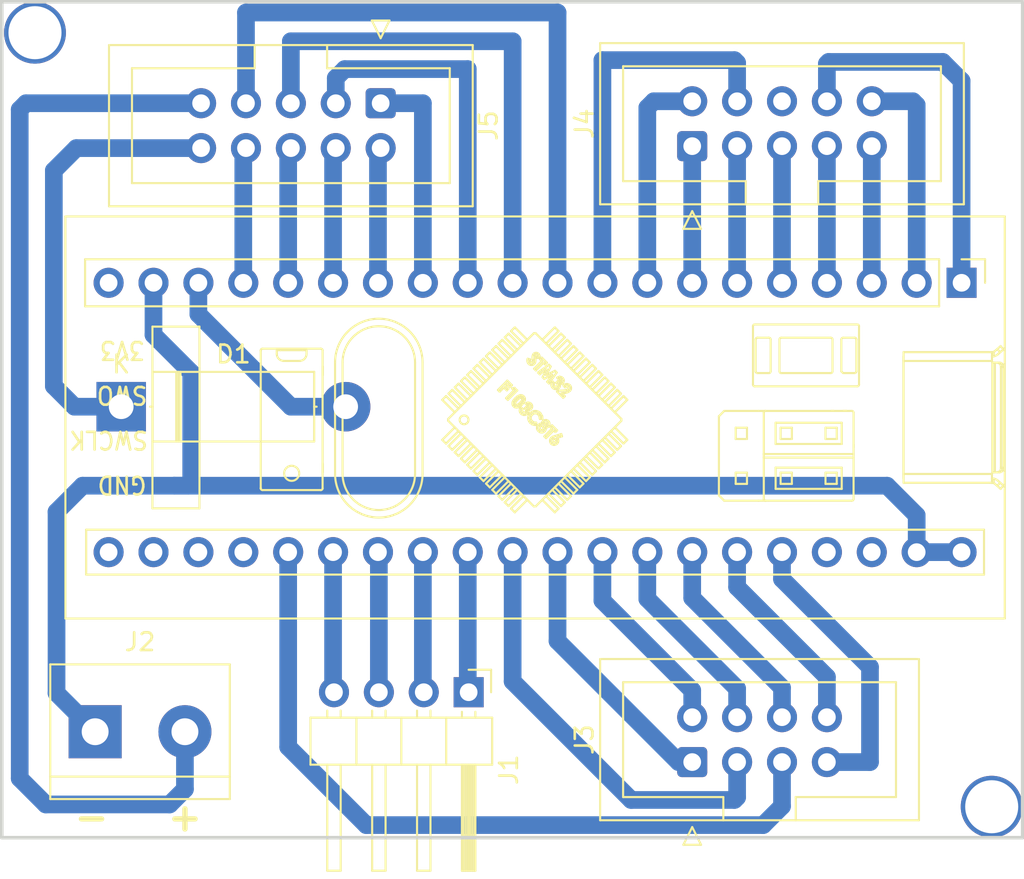
<source format=kicad_pcb>
(kicad_pcb (version 20211014) (generator pcbnew)
  (layers (0 "F.Cu" signal) (31 "B.Cu" signal) (34 "B.Paste" user) (35 "F.Paste" user) (36 "B.SilkS" user "B.Silkscreen") (37 "F.SilkS" user "F.Silkscreen") (38 "B.Mask" user) (39 "F.Mask" user) (44 "Edge.Cuts" user))
  (net 0 "")
  (net 1 "/GND")
  (net 2 "/P1")
  (net 3 "/P2")
  (net 4 "/P3")
  (net 5 "/P4")
  (net 6 "/INB1")
  (net 7 "/INA2")
  (net 8 "/EN1")
  (net 9 "/EN2")
  (net 10 "/PWM1")
  (net 11 "/PWM2")
  (net 12 "/INA1")
  (net 13 "/INB2")
  (net 14 "/S2")
  (net 15 "/S3")
  (net 16 "/S1")
  (net 17 "/S4")
  (net 18 "/S5")
  (net 19 "/S8")
  (net 20 "/S6")
  (net 21 "/S7")
  (net 22 "/B2")
  (net 23 "/L2")
  (net 24 "/B3")
  (net 25 "/L3")
  (net 26 "/B4")
  (net 27 "/L4")
  (net 35 "/B1")
  (net 36 "/L1")
  (net 37 "/E2")
  (net 38 "/E1")
  (net 39 "/5v")
  (net 41 "/38Kh")
  (footprint "Connector_PinHeader_2.54mm:PinHeader_1x04_P2.54mm_Horizontal" (layer "F.Cu") (at 94.6404 76.1492 -90)
    (fp_text reference "J1" (at 4.385 -2.27 90) (layer "F.SilkS"))
    (fp_text value "Control Piso")
    (pad "1" thru_hole rect (at 0 0 270) (size 1.7 1.7) (drill 1) (layers *.Cu *.Mask) (net 2 "/P1"))
    (pad "2" thru_hole oval (at 0 2.54 270) (size 1.7 1.7) (drill 1) (layers *.Cu *.Mask) (net 3 "/P2"))
    (pad "3" thru_hole oval (at 0 5.08 270) (size 1.7 1.7) (drill 1) (layers *.Cu *.Mask) (net 4 "/P3"))
    (pad "4" thru_hole oval (at 0 7.62 270) (size 1.7 1.7) (drill 1) (layers *.Cu *.Mask) (net 5 "/P4"))
  )
  (footprint "TerminalBlock:TerminalBlock_bornier-2_P5.08mm" (layer "F.Cu") (at 73.5076 78.3844)
    (fp_text reference "J2" (at 2.54 -5.08) (layer "F.SilkS"))
    (fp_text value "BATERIA")
    (pad "1" thru_hole rect (at 0 0) (size 3 3) (drill 1.52) (layers *.Cu *.Mask) (net 1 "/GND"))
    (pad "2" thru_hole circle (at 5.08 0) (size 3 3) (drill 1.52) (layers *.Cu *.Mask) (net 38 "/E1"))
  )
  (footprint "Footprints:YAAJ_BluePill_SWD_1" (layer "F.Cu") (at 122.5296 52.9844 -90)
    (fp_text reference "U1" hide)
    (fp_text value "YAAJ_BluePill_Part_Like_SWD_Breakout" hide)
    (fp_text user "3V3" (at 3.81 47.498 180 unlocked) (layer "F.SilkS") (effects (font (size 1 0.9))))
    (fp_text user "SWCLK" (at 8.89 48.26 180 unlocked) (layer "F.SilkS") (effects (font (size 1 0.9))))
    (fp_text user "GND" (at 11.43 47.498 180 unlocked) (layer "F.SilkS") (effects (font (size 1 0.9))))
    (fp_text user "SWO" (at 6.35 47.498 180 unlocked) (layer "F.SilkS") (effects (font (size 1 0.9))))
    (pad "1" thru_hole rect (at 0 0 270) (size 1.7 1.7) (drill 1) (layers *.Cu *.Mask) (net 19 "/S8"))
    (pad "2" thru_hole circle (at 0 2.54 270) (size 1.7 1.7) (drill 1) (layers *.Cu *.Mask) (net 21 "/S7"))
    (pad "3" thru_hole circle (at 0 5.08 270) (size 1.7 1.7) (drill 1) (layers *.Cu *.Mask) (net 20 "/S6"))
    (pad "4" thru_hole circle (at 0 7.62 270) (size 1.7 1.7) (drill 1) (layers *.Cu *.Mask) (net 18 "/S5"))
    (pad "5" thru_hole circle (at 0 10.16 270) (size 1.7 1.7) (drill 1) (layers *.Cu *.Mask) (net 41 "/38Kh"))
    (pad "6" thru_hole circle (at 0 12.7 270) (size 1.7 1.7) (drill 1) (layers *.Cu *.Mask) (net 16 "/S1"))
    (pad "7" thru_hole circle (at 0 15.24 270) (size 1.7 1.7) (drill 1) (layers *.Cu *.Mask) (net 14 "/S2"))
    (pad "8" thru_hole circle (at 0 17.78 270) (size 1.7 1.7) (drill 1) (layers *.Cu *.Mask) (net 15 "/S3"))
    (pad "9" thru_hole circle (at 0 20.32 270) (size 1.7 1.7) (drill 1) (layers *.Cu *.Mask) (net 17 "/S4"))
    (pad "10" thru_hole circle (at 0 22.86 270) (size 1.7 1.7) (drill 1) (layers *.Cu *.Mask) (net 26 "/B4"))
    (pad "11" thru_hole circle (at 0 25.4 270) (size 1.7 1.7) (drill 1) (layers *.Cu *.Mask) (net 24 "/B3"))
    (pad "12" thru_hole circle (at 0 27.94 270) (size 1.7 1.7) (drill 1) (layers *.Cu *.Mask) (net 22 "/B2"))
    (pad "13" thru_hole circle (at 0 30.48 270) (size 1.7 1.7) (drill 1) (layers *.Cu *.Mask) (net 35 "/B1"))
    (pad "14" thru_hole circle (at 0 33.02 270) (size 1.7 1.7) (drill 1) (layers *.Cu *.Mask) (net 36 "/L1"))
    (pad "15" thru_hole circle (at 0 35.56 270) (size 1.7 1.7) (drill 1) (layers *.Cu *.Mask) (net 23 "/L2"))
    (pad "16" thru_hole circle (at 0 38.1 270) (size 1.7 1.7) (drill 1) (layers *.Cu *.Mask) (net 25 "/L3"))
    (pad "17" thru_hole circle (at 0 40.64 270) (size 1.7 1.7) (drill 1) (layers *.Cu *.Mask) (net 27 "/L4"))
    (pad "18" thru_hole circle (at 0 43.18 270) (size 1.7 1.7) (drill 1) (layers *.Cu *.Mask) (net 39 "/5v"))
    (pad "19" thru_hole circle (at 0 45.72 270) (size 1.7 1.7) (drill 1) (layers *.Cu *.Mask) (net 1 "/GND"))
    (pad "20" thru_hole circle (at 0 48.26 270) (size 1.7 1.7) (drill 1) (layers *.Cu *.Mask))
    (pad "21" thru_hole circle (at 15.24 48.26 270) (size 1.7 1.7) (drill 1) (layers *.Cu *.Mask))
    (pad "22" thru_hole circle (at 15.24 45.72 270) (size 1.7 1.7) (drill 1) (layers *.Cu *.Mask))
    (pad "23" thru_hole circle (at 15.24 43.18 270) (size 1.7 1.7) (drill 1) (layers *.Cu *.Mask))
    (pad "24" thru_hole circle (at 15.24 40.64 270) (size 1.7 1.7) (drill 1) (layers *.Cu *.Mask))
    (pad "25" thru_hole circle (at 15.24 38.1 270) (size 1.7 1.7) (drill 1) (layers *.Cu *.Mask) (net 10 "/PWM1"))
    (pad "26" thru_hole circle (at 15.24 35.56 270) (size 1.7 1.7) (drill 1) (layers *.Cu *.Mask) (net 5 "/P4"))
    (pad "27" thru_hole circle (at 15.24 33.02 270) (size 1.7 1.7) (drill 1) (layers *.Cu *.Mask) (net 4 "/P3"))
    (pad "28" thru_hole circle (at 15.24 30.48 270) (size 1.7 1.7) (drill 1) (layers *.Cu *.Mask) (net 3 "/P2"))
    (pad "29" thru_hole circle (at 15.24 27.94 270) (size 1.7 1.7) (drill 1) (layers *.Cu *.Mask) (net 2 "/P1"))
    (pad "30" thru_hole circle (at 15.24 25.4 270) (size 1.7 1.7) (drill 1) (layers *.Cu *.Mask) (net 8 "/EN1"))
    (pad "31" thru_hole circle (at 15.24 22.86 270) (size 1.7 1.7) (drill 1) (layers *.Cu *.Mask) (net 6 "/INB1"))
    (pad "32" thru_hole circle (at 15.24 20.32 270) (size 1.7 1.7) (drill 1) (layers *.Cu *.Mask) (net 7 "/INA2"))
    (pad "33" thru_hole circle (at 15.24 17.78 270) (size 1.7 1.7) (drill 1) (layers *.Cu *.Mask) (net 9 "/EN2"))
    (pad "34" thru_hole circle (at 15.24 15.24 270) (size 1.7 1.7) (drill 1) (layers *.Cu *.Mask) (net 11 "/PWM2"))
    (pad "35" thru_hole circle (at 15.24 12.7 270) (size 1.7 1.7) (drill 1) (layers *.Cu *.Mask) (net 13 "/INB2"))
    (pad "36" thru_hole circle (at 15.24 10.16 270) (size 1.7 1.7) (drill 1) (layers *.Cu *.Mask) (net 12 "/INA1"))
    (pad "37" thru_hole circle (at 15.24 7.62 270) (size 1.7 1.7) (drill 1) (layers *.Cu *.Mask))
    (pad "38" thru_hole circle (at 15.24 5.08 270) (size 1.7 1.7) (drill 1) (layers *.Cu *.Mask))
    (pad "39" thru_hole circle (at 15.24 2.54 270) (size 1.7 1.7) (drill 1) (layers *.Cu *.Mask) (net 1 "/GND"))
    (pad "40" thru_hole circle (at 15.24 0 270) (size 1.7 1.7) (drill 1) (layers *.Cu *.Mask) (net 1 "/GND"))
  )
  (footprint "Diode_THT:D_5W_P12.70mm_Horizontal" (layer "F.Cu") (at 74.9808 59.9948)
    (fp_text reference "D1" (at 6.35 -2.97) (layer "F.SilkS"))
    (fp_text value "DIODE")
    (fp_text user "K" (at 0 -2.4) (layer "F.SilkS"))
    (pad "1" thru_hole rect (at 0 0) (size 2.8 2.8) (drill 1.4) (layers *.Cu *.Mask) (net 37 "/E2"))
    (pad "2" thru_hole oval (at 12.7 0) (size 2.8 2.8) (drill 1.4) (layers *.Cu *.Mask) (net 39 "/5v"))
  )
  (footprint "Connector_IDC:IDC-Header_2x04_P2.54mm_Vertical" (layer "F.Cu") (at 107.2896 80.1021 90)
    (fp_text reference "J3" (at 1.27 -6.1 90) (layer "F.SilkS"))
    (fp_text value "Control Motores")
    (pad "1" thru_hole roundrect (at 0 0 90) (size 1.7 1.7) (drill 1) (layers *.Cu *.Mask) (roundrect_rratio 0.147059) (net 6 "/INB1"))
    (pad "2" thru_hole circle (at 2.54 0 90) (size 1.7 1.7) (drill 1) (layers *.Cu *.Mask) (net 7 "/INA2"))
    (pad "3" thru_hole circle (at 0 2.54 90) (size 1.7 1.7) (drill 1) (layers *.Cu *.Mask) (net 8 "/EN1"))
    (pad "4" thru_hole circle (at 2.54 2.54 90) (size 1.7 1.7) (drill 1) (layers *.Cu *.Mask) (net 9 "/EN2"))
    (pad "5" thru_hole circle (at 0 5.08 90) (size 1.7 1.7) (drill 1) (layers *.Cu *.Mask) (net 10 "/PWM1"))
    (pad "6" thru_hole circle (at 2.54 5.08 90) (size 1.7 1.7) (drill 1) (layers *.Cu *.Mask) (net 11 "/PWM2"))
    (pad "7" thru_hole circle (at 0 7.62 90) (size 1.7 1.7) (drill 1) (layers *.Cu *.Mask) (net 12 "/INA1"))
    (pad "8" thru_hole circle (at 2.54 7.62 90) (size 1.7 1.7) (drill 1) (layers *.Cu *.Mask) (net 13 "/INB2"))
  )
  (footprint "Connector_IDC:IDC-Header_2x05_P2.54mm_Vertical" (layer "F.Cu") (at 89.662 42.8244 -90)
    (fp_text reference "J5" (at 1.27 -6.1 90) (layer "F.SilkS"))
    (fp_text value "Control Botones")
    (pad "1" thru_hole roundrect (at 0 0 270) (size 1.7 1.7) (drill 1) (layers *.Cu *.Mask) (roundrect_rratio 0.147059) (net 35 "/B1"))
    (pad "2" thru_hole circle (at 2.54 0 270) (size 1.7 1.7) (drill 1) (layers *.Cu *.Mask) (net 36 "/L1"))
    (pad "3" thru_hole circle (at 0 2.54 270) (size 1.7 1.7) (drill 1) (layers *.Cu *.Mask) (net 22 "/B2"))
    (pad "4" thru_hole circle (at 2.54 2.54 270) (size 1.7 1.7) (drill 1) (layers *.Cu *.Mask) (net 23 "/L2"))
    (pad "5" thru_hole circle (at 0 5.08 270) (size 1.7 1.7) (drill 1) (layers *.Cu *.Mask) (net 24 "/B3"))
    (pad "6" thru_hole circle (at 2.54 5.08 270) (size 1.7 1.7) (drill 1) (layers *.Cu *.Mask) (net 25 "/L3"))
    (pad "7" thru_hole circle (at 0 7.62 270) (size 1.7 1.7) (drill 1) (layers *.Cu *.Mask) (net 26 "/B4"))
    (pad "8" thru_hole circle (at 2.54 7.62 270) (size 1.7 1.7) (drill 1) (layers *.Cu *.Mask) (net 27 "/L4"))
    (pad "9" thru_hole circle (at 0 10.16 270) (size 1.7 1.7) (drill 1) (layers *.Cu *.Mask) (net 38 "/E1"))
    (pad "10" thru_hole circle (at 2.54 10.16 270) (size 1.7 1.7) (drill 1) (layers *.Cu *.Mask) (net 37 "/E2"))
  )
  (footprint "Connector_IDC:IDC-Header_2x05_P2.54mm_Vertical" (layer "F.Cu") (at 107.2896 45.2533 90)
    (fp_text reference "J4" (at 1.27 -6.1 90) (layer "F.SilkS"))
    (fp_text value "Control Sensores")
    (pad "1" thru_hole roundrect (at 0 0 90) (size 1.7 1.7) (drill 1) (layers *.Cu *.Mask) (roundrect_rratio 0.147059) (net 14 "/S2"))
    (pad "2" thru_hole circle (at 2.54 0 90) (size 1.7 1.7) (drill 1) (layers *.Cu *.Mask) (net 15 "/S3"))
    (pad "3" thru_hole circle (at 0 2.54 90) (size 1.7 1.7) (drill 1) (layers *.Cu *.Mask) (net 16 "/S1"))
    (pad "4" thru_hole circle (at 2.54 2.54 90) (size 1.7 1.7) (drill 1) (layers *.Cu *.Mask) (net 17 "/S4"))
    (pad "5" thru_hole circle (at 0 5.08 90) (size 1.7 1.7) (drill 1) (layers *.Cu *.Mask) (net 41 "/38Kh"))
    (pad "6" thru_hole circle (at 2.54 5.08 90) (size 1.7 1.7) (drill 1) (layers *.Cu *.Mask))
    (pad "7" thru_hole circle (at 0 7.62 90) (size 1.7 1.7) (drill 1) (layers *.Cu *.Mask) (net 18 "/S5"))
    (pad "8" thru_hole circle (at 2.54 7.62 90) (size 1.7 1.7) (drill 1) (layers *.Cu *.Mask) (net 19 "/S8"))
    (pad "9" thru_hole circle (at 0 10.16 90) (size 1.7 1.7) (drill 1) (layers *.Cu *.Mask) (net 20 "/S6"))
    (pad "10" thru_hole circle (at 2.54 10.16 90) (size 1.7 1.7) (drill 1) (layers *.Cu *.Mask) (net 21 "/S7"))
  )
  (gr_rect (start 125.984 84.3788) (end 68.2244 37.084) (layer "Edge.Cuts") (width 0.2) (fill none))
  (gr_text "-   +" (at 75.946 83.2104) (layer "F.SilkS") (effects (font (size 1.5 1.5) (thickness 0.3))))
  (via (at 70.104 38.834) (size 3.5) (drill 3) (layers "F.Cu" "B.Cu") (net 0))
  (via (at 124.234 82.6288) (size 3.5) (drill 3) (layers "F.Cu" "B.Cu") (net 0))
  (segment (start 78.9432 58.0644) (end 78.9432 64.3128) (width 1) (layer "B.Cu") (net 1))
  (segment (start 78.7908 64.4652) (end 77.978 64.4652) (width 1) (layer "B.Cu") (net 1))
  (segment (start 77.978 64.4652) (end 72.7964 64.4652) (width 1) (layer "B.Cu") (net 1))
  (segment (start 119.9896 68.2244) (end 119.9896 66.1416) (width 1) (layer "B.Cu") (net 1))
  (segment (start 71.3232 76.2) (end 73.5076 78.3844) (width 1) (layer "B.Cu") (net 1))
  (segment (start 118.3132 64.4652) (end 77.978 64.4652) (width 1) (layer "B.Cu") (net 1))
  (segment (start 122.5296 68.2244) (end 119.9896 68.2244) (width 1) (layer "B.Cu") (net 1))
  (segment (start 76.8096 55.9308) (end 78.9432 58.0644) (width 1) (layer "B.Cu") (net 1))
  (segment (start 78.9432 64.3128) (end 78.7908 64.4652) (width 1) (layer "B.Cu") (net 1))
  (segment (start 76.8096 52.9844) (end 76.8096 55.9308) (width 1) (layer "B.Cu") (net 1))
  (segment (start 119.9896 66.1416) (end 118.3132 64.4652) (width 1) (layer "B.Cu") (net 1))
  (segment (start 71.3232 65.9384) (end 71.3232 76.2) (width 1) (layer "B.Cu") (net 1))
  (segment (start 72.7964 64.4652) (end 71.3232 65.9384) (width 1) (layer "B.Cu") (net 1))
  (segment (start 94.5896 76.0984) (end 94.5896 68.2244) (width 1) (layer "B.Cu") (net 2))
  (segment (start 94.6404 76.1492) (end 94.5896 76.0984) (width 1) (layer "B.Cu") (net 2))
  (segment (start 92.0496 76.0984) (end 92.0496 68.2244) (width 1) (layer "B.Cu") (net 3))
  (segment (start 92.0396 68.2344) (end 92.0496 68.2244) (width 1) (layer "B.Cu") (net 3))
  (segment (start 92.1004 76.1492) (end 92.0496 76.0984) (width 1) (layer "B.Cu") (net 3))
  (segment (start 89.5604 76.1492) (end 89.5604 68.2752) (width 1) (layer "B.Cu") (net 4))
  (segment (start 89.6012 68.316) (end 89.5096 68.2244) (width 1) (layer "B.Cu") (net 4))
  (segment (start 89.4996 68.2344) (end 89.5096 68.2244) (width 1) (layer "B.Cu") (net 4))
  (segment (start 89.5604 68.2752) (end 89.5096 68.2244) (width 1) (layer "B.Cu") (net 4))
  (segment (start 89.5504 68.2652) (end 89.5096 68.2244) (width 1) (layer "B.Cu") (net 4))
  (segment (start 86.9696 76.0984) (end 86.9696 68.2244) (width 1) (layer "B.Cu") (net 5))
  (segment (start 87.0204 76.1492) (end 86.9696 76.0984) (width 1) (layer "B.Cu") (net 5))
  (segment (start 86.9596 68.2344) (end 86.9696 68.2244) (width 1) (layer "B.Cu") (net 5))
  (segment (start 87.0712 68.326) (end 86.9696 68.2244) (width 1) (layer "B.Cu") (net 5))
  (segment (start 99.6696 73.2536) (end 99.6696 68.2244) (width 1) (layer "B.Cu") (net 6))
  (segment (start 106.5181 80.1021) (end 99.6696 73.2536) (width 1) (layer "B.Cu") (net 6))
  (segment (start 107.2896 80.1021) (end 106.5181 80.1021) (width 1) (layer "B.Cu") (net 6))
  (segment (start 99.7712 68.326) (end 99.6696 68.2244) (width 1) (layer "B.Cu") (net 6))
  (segment (start 107.2896 76.0476) (end 107.2896 77.5621) (width 1) (layer "B.Cu") (net 7))
  (segment (start 102.2096 68.2244) (end 102.2096 70.9676) (width 1) (layer "B.Cu") (net 7))
  (segment (start 102.2096 70.9676) (end 107.2896 76.0476) (width 1) (layer "B.Cu") (net 7))
  (segment (start 109.6772 82.2452) (end 109.8296 82.0928) (width 1) (layer "B.Cu") (net 8))
  (segment (start 97.1296 75.5396) (end 103.8352 82.2452) (width 1) (layer "B.Cu") (net 8))
  (segment (start 97.1296 68.2244) (end 97.1296 75.5396) (width 1) (layer "B.Cu") (net 8))
  (segment (start 103.8352 82.2452) (end 109.6772 82.2452) (width 1) (layer "B.Cu") (net 8))
  (segment (start 109.8296 82.0928) (end 109.8296 80.1021) (width 1) (layer "B.Cu") (net 8))
  (segment (start 104.7496 70.866) (end 104.7496 68.2244) (width 1) (layer "B.Cu") (net 9))
  (segment (start 109.8296 75.946) (end 104.7496 70.866) (width 1) (layer "B.Cu") (net 9))
  (segment (start 109.8296 77.5621) (end 109.8296 75.946) (width 1) (layer "B.Cu") (net 9))
  (segment (start 104.8004 68.2752) (end 104.7496 68.2244) (width 1) (layer "B.Cu") (net 9))
  (segment (start 84.4704 68.2652) (end 84.4296 68.2244) (width 1) (layer "B.Cu") (net 10))
  (segment (start 112.3696 82.6008) (end 111.3028 83.6676) (width 1) (layer "B.Cu") (net 10))
  (segment (start 112.3696 80.1021) (end 112.3696 82.6008) (width 1) (layer "B.Cu") (net 10))
  (segment (start 84.4196 68.2344) (end 84.4296 68.2244) (width 1) (layer "B.Cu") (net 10))
  (segment (start 88.8492 83.6676) (end 84.4296 79.248) (width 1) (layer "B.Cu") (net 10))
  (segment (start 84.4296 79.248) (end 84.4296 68.2244) (width 1) (layer "B.Cu") (net 10))
  (segment (start 111.3028 83.6676) (end 88.8492 83.6676) (width 1) (layer "B.Cu") (net 10))
  (segment (start 107.2896 70.8152) (end 112.3696 75.8952) (width 1) (layer "B.Cu") (net 11))
  (segment (start 112.3696 75.8952) (end 112.3696 77.5621) (width 1) (layer "B.Cu") (net 11))
  (segment (start 107.2896 68.2244) (end 107.2896 70.8152) (width 1) (layer "B.Cu") (net 11))
  (segment (start 107.3912 68.326) (end 107.2896 68.2244) (width 1) (layer "B.Cu") (net 11))
  (segment (start 107.3404 68.2752) (end 107.2896 68.2244) (width 1) (layer "B.Cu") (net 11))
  (segment (start 112.3696 69.7484) (end 112.3696 68.2244) (width 1) (layer "B.Cu") (net 12))
  (segment (start 117.348 74.7268) (end 112.3696 69.7484) (width 1) (layer "B.Cu") (net 12))
  (segment (start 114.9096 80.1021) (end 117.348 80.1021) (width 1) (layer "B.Cu") (net 12))
  (segment (start 117.348 80.1021) (end 117.348 74.7268) (width 1) (layer "B.Cu") (net 12))
  (segment (start 114.9096 77.5621) (end 114.9096 75.2856) (width 1) (layer "B.Cu") (net 13))
  (segment (start 114.9096 75.2856) (end 109.8296 70.2056) (width 1) (layer "B.Cu") (net 13))
  (segment (start 109.8296 70.2056) (end 109.8296 68.2244) (width 1) (layer "B.Cu") (net 13))
  (segment (start 107.2896 52.9844) (end 107.2896 45.2533) (width 1) (layer "B.Cu") (net 14))
  (segment (start 104.7496 43.0784) (end 105.1147 42.7133) (width 1) (layer "B.Cu") (net 15))
  (segment (start 104.7496 52.9844) (end 104.7496 43.0784) (width 1) (layer "B.Cu") (net 15))
  (segment (start 105.1147 42.7133) (end 107.2896 42.7133) (width 1) (layer "B.Cu") (net 15))
  (segment (start 109.8296 52.9844) (end 109.8296 45.2533) (width 1) (layer "B.Cu") (net 16))
  (segment (start 102.2096 52.9844) (end 102.2096 40.386) (width 1) (layer "B.Cu") (net 17))
  (segment (start 102.2096 40.386) (end 109.6772 40.386) (width 1) (layer "B.Cu") (net 17))
  (segment (start 109.6772 40.386) (end 109.8296 40.5384) (width 1) (layer "B.Cu") (net 17))
  (segment (start 109.8296 40.5384) (end 109.8296 42.7133) (width 1) (layer "B.Cu") (net 17))
  (segment (start 114.9096 52.9844) (end 114.9096 45.2533) (width 1) (layer "B.Cu") (net 18))
  (segment (start 114.9096 40.5892) (end 114.9096 42.7133) (width 1) (layer "B.Cu") (net 19))
  (segment (start 115.0112 40.4876) (end 114.9096 40.5892) (width 1) (layer "B.Cu") (net 19))
  (segment (start 122.5296 41.5544) (end 121.4628 40.4876) (width 1) (layer "B.Cu") (net 19))
  (segment (start 122.5296 52.9844) (end 122.5296 41.5544) (width 1) (layer "B.Cu") (net 19))
  (segment (start 121.4628 40.4876) (end 115.0112 40.4876) (width 1) (layer "B.Cu") (net 19))
  (segment (start 117.4496 52.9844) (end 117.4496 45.466) (width 1) (layer "B.Cu") (net 20))
  (segment (start 117.4496 45.466) (end 117.2972 45.3136) (width 1) (layer "B.Cu") (net 20))
  (segment (start 119.9896 52.9844) (end 119.9896 42.926) (width 1) (layer "B.Cu") (net 21))
  (segment (start 119.9896 42.926) (end 119.7769 42.7133) (width 1) (layer "B.Cu") (net 21))
  (segment (start 119.7769 42.7133) (end 117.4496 42.7133) (width 1) (layer "B.Cu") (net 21))
  (segment (start 117.3988 42.7228) (end 117.348 42.7736) (width 1) (layer "B.Cu") (net 21))
  (segment (start 117.4496 42.7736) (end 117.3988 42.7228) (width 1) (layer "B.Cu") (net 21))
  (segment (start 94.5896 52.9844) (end 94.5896 40.894) (width 1) (layer "B.Cu") (net 22))
  (segment (start 87.63 40.894) (end 87.122 41.402) (width 1) (layer "B.Cu") (net 22))
  (segment (start 94.5896 40.894) (end 87.63 40.894) (width 1) (layer "B.Cu") (net 22))
  (segment (start 87.122 41.402) (end 87.122 42.8244) (width 1) (layer "B.Cu") (net 22))
  (segment (start 86.9696 52.9844) (end 86.9696 45.5168) (width 1) (layer "B.Cu") (net 23))
  (segment (start 86.9696 45.5168) (end 87.122 45.3644) (width 1) (layer "B.Cu") (net 23))
  (segment (start 97.1296 39.3192) (end 84.582 39.3192) (width 1) (layer "B.Cu") (net 24))
  (segment (start 84.582 39.3192) (end 84.582 42.8244) (width 1) (layer "B.Cu") (net 24))
  (segment (start 97.1296 52.9844) (end 97.1296 39.3192) (width 1) (layer "B.Cu") (net 24))
  (segment (start 84.4296 52.9844) (end 84.4296 45.5168) (width 1) (layer "B.Cu") (net 25))
  (segment (start 84.4296 45.5168) (end 84.582 45.3644) (width 1) (layer "B.Cu") (net 25))
  (segment (start 82.042 37.6936) (end 99.6696 37.6936) (width 1) (layer "B.Cu") (net 26))
  (segment (start 99.6696 37.6936) (end 99.6696 52.9844) (width 1) (layer "B.Cu") (net 26))
  (segment (start 82.042 42.8244) (end 82.042 37.6936) (width 1) (layer "B.Cu") (net 26))
  (segment (start 81.8896 52.9844) (end 81.8896 45.5168) (width 1) (layer "B.Cu") (net 27))
  (segment (start 81.8896 45.5168) (end 82.042 45.3644) (width 1) (layer "B.Cu") (net 27))
  (segment (start 92.0496 52.9844) (end 92.0496 42.8244) (width 1) (layer "B.Cu") (net 35))
  (segment (start 92.0496 42.8244) (end 89.662 42.8244) (width 1) (layer "B.Cu") (net 35))
  (segment (start 89.5096 52.9844) (end 89.5096 45.5168) (width 1) (layer "B.Cu") (net 36))
  (segment (start 89.5096 45.5168) (end 89.662 45.3644) (width 1) (layer "B.Cu") (net 36))
  (segment (start 71.1708 46.6344) (end 71.1708 58.8264) (width 1) (layer "B.Cu") (net 37))
  (segment (start 72.4408 45.3644) (end 71.1708 46.6344) (width 1) (layer "B.Cu") (net 37))
  (segment (start 72.4408 45.3644) (end 79.502 45.3644) (width 1) (layer "B.Cu") (net 37))
  (segment (start 72.3392 59.9948) (end 74.9808 59.9948) (width 1) (layer "B.Cu") (net 37))
  (segment (start 71.1708 58.8264) (end 72.3392 59.9948) (width 1) (layer "B.Cu") (net 37))
  (segment (start 69.2404 43.18) (end 69.596 42.8244) (width 1) (layer "B.Cu") (net 38))
  (segment (start 77.724 82.4992) (end 70.7136 82.4992) (width 1) (layer "B.Cu") (net 38))
  (segment (start 70.7136 82.4992) (end 69.2404 81.026) (width 1) (layer "B.Cu") (net 38))
  (segment (start 79.502 42.8244) (end 69.596 42.8244) (width 1) (layer "B.Cu") (net 38))
  (segment (start 78.5876 81.6356) (end 77.724 82.4992) (width 1) (layer "B.Cu") (net 38))
  (segment (start 78.5876 78.3844) (end 78.5876 81.6356) (width 1) (layer "B.Cu") (net 38))
  (segment (start 69.2404 81.026) (end 69.2404 43.18) (width 1) (layer "B.Cu") (net 38))
  (segment (start 84.582 59.9948) (end 79.3496 54.7624) (width 1) (layer "B.Cu") (net 39))
  (segment (start 87.6808 59.9948) (end 84.582 59.9948) (width 1) (layer "B.Cu") (net 39))
  (segment (start 79.3496 54.7624) (end 79.3496 52.9844) (width 1) (layer "B.Cu") (net 39))
  (segment (start 112.3696 52.9844) (end 112.3696 45.2533) (width 1) (layer "B.Cu") (net 41))
)
</source>
